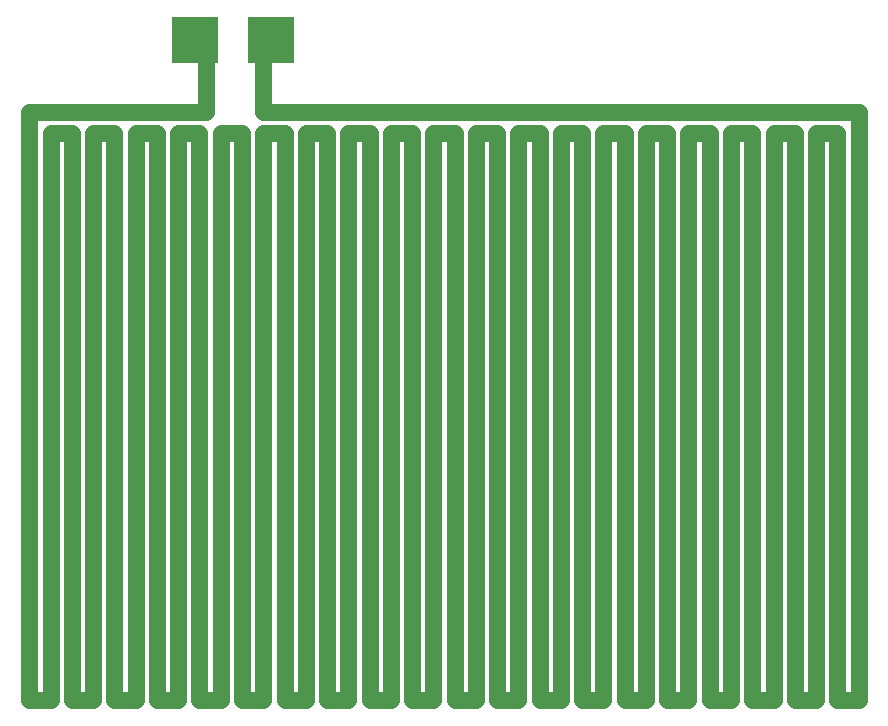
<source format=gbr>
%TF.GenerationSoftware,KiCad,Pcbnew,(6.0.9-0)*%
%TF.CreationDate,2023-03-02T18:42:41+01:00*%
%TF.ProjectId,untitled,756e7469-746c-4656-942e-6b696361645f,rev?*%
%TF.SameCoordinates,Original*%
%TF.FileFunction,Copper,L1,Top*%
%TF.FilePolarity,Positive*%
%FSLAX46Y46*%
G04 Gerber Fmt 4.6, Leading zero omitted, Abs format (unit mm)*
G04 Created by KiCad (PCBNEW (6.0.9-0)) date 2023-03-02 18:42:41*
%MOMM*%
%LPD*%
G01*
G04 APERTURE LIST*
%TA.AperFunction,SMDPad,CuDef*%
%ADD10R,4.000000X4.000000*%
%TD*%
%TA.AperFunction,Conductor*%
%ADD11C,1.400000*%
%TD*%
G04 APERTURE END LIST*
D10*
%TO.P,REF\u002A\u002A,1*%
%TO.N,N/C*%
X72000000Y-52500000D03*
%TD*%
%TO.P,REF\u002A\u002A,1*%
%TO.N,N/C*%
X65500000Y-52500000D03*
%TD*%
D11*
%TO.N,*%
X96511860Y-60391520D02*
X98311830Y-60391520D01*
X66500000Y-58590810D02*
X66500000Y-53990870D01*
X94711790Y-60391520D02*
X94711790Y-108391630D01*
X76711650Y-108391630D02*
X78511720Y-108391630D01*
X73111630Y-60391520D02*
X73111630Y-108391630D01*
X85711780Y-108391630D02*
X85711780Y-60391520D01*
X62311600Y-60391520D02*
X62311600Y-108391630D01*
X107311840Y-60391520D02*
X109111910Y-60391520D01*
X78511720Y-108391630D02*
X78511720Y-60391520D01*
X64111620Y-60391520D02*
X65911620Y-60391520D01*
X73111630Y-108391630D02*
X74911700Y-108391630D01*
X55111620Y-60391520D02*
X55111620Y-108391630D01*
X64111620Y-108391630D02*
X64111620Y-60391520D01*
X56911560Y-60391520D02*
X58711630Y-60391520D01*
X85711780Y-60391520D02*
X87511730Y-60391520D01*
X103711800Y-60391520D02*
X105511870Y-60391520D01*
X110911860Y-108391630D02*
X110911860Y-60391520D01*
X71312420Y-58592010D02*
X71312420Y-54190700D01*
X82111770Y-60391520D02*
X83911710Y-60391520D01*
X100111780Y-60391520D02*
X101911850Y-60391520D01*
X100111780Y-108391630D02*
X100111780Y-60391520D01*
X80311690Y-60391520D02*
X80311690Y-108391630D01*
X67711640Y-108391630D02*
X67711640Y-60391520D01*
X121711080Y-60390280D02*
X121711080Y-58592010D01*
X69511710Y-60391520D02*
X69511710Y-108391630D01*
X116311980Y-60391520D02*
X116311980Y-108391630D01*
X105511870Y-60391520D02*
X105511870Y-108391630D01*
X53311590Y-108391630D02*
X53311590Y-60391520D01*
X78511720Y-60391520D02*
X80311690Y-60391520D01*
X114511880Y-60391520D02*
X116311980Y-60391520D01*
X67711640Y-60391520D02*
X69511710Y-60391520D01*
X87511730Y-60391520D02*
X87511730Y-108391630D01*
X105511870Y-108391630D02*
X107311840Y-108391630D01*
X69511710Y-108391630D02*
X71311660Y-108391630D01*
X80311690Y-108391630D02*
X82111770Y-108391630D01*
X101911850Y-60391520D02*
X101911850Y-108391630D01*
X55111620Y-108391630D02*
X56911560Y-108391630D01*
X107311840Y-108391630D02*
X107311840Y-60391520D01*
X65911620Y-108391630D02*
X67711640Y-108391630D01*
X94711790Y-108391630D02*
X96511860Y-108391630D01*
X91111770Y-108391630D02*
X92911850Y-108391630D01*
X101911850Y-108391630D02*
X103711800Y-108391630D01*
X51511570Y-108391630D02*
X53311590Y-108391630D01*
X118111920Y-60391520D02*
X119911990Y-60391520D01*
X83911710Y-108391630D02*
X85711780Y-108391630D01*
X121711080Y-58592010D02*
X71312420Y-58592010D01*
X58711630Y-60391520D02*
X58711630Y-108391630D01*
X51512670Y-58590810D02*
X66500000Y-58590810D01*
X65911620Y-60391520D02*
X65911620Y-108391630D01*
X98311830Y-60391520D02*
X98311830Y-108391630D01*
X89311800Y-108391630D02*
X89311800Y-60391520D01*
X91111770Y-60391520D02*
X91111770Y-108391630D01*
X110911860Y-60391520D02*
X112711930Y-60391520D01*
X76711650Y-60391520D02*
X76711650Y-108391630D01*
X103711800Y-108391630D02*
X103711800Y-60391520D01*
X56911560Y-108391630D02*
X56911560Y-60391520D01*
X96511860Y-108391630D02*
X96511860Y-60391520D01*
X119911990Y-60391520D02*
X119911990Y-108391630D01*
X121711940Y-60391520D02*
X121711580Y-60391520D01*
X114511880Y-108391630D02*
X114511880Y-60391520D01*
X92911850Y-60391520D02*
X94711790Y-60391520D01*
X112711930Y-108391630D02*
X114511880Y-108391630D01*
X74911700Y-60391520D02*
X76711650Y-60391520D01*
X92911850Y-108391630D02*
X92911850Y-60391520D01*
X60511580Y-108391630D02*
X60511580Y-60391520D01*
X74911700Y-108391630D02*
X74911700Y-60391520D01*
X83911710Y-60391520D02*
X83911710Y-108391630D01*
X71311660Y-108391630D02*
X71311660Y-60391520D01*
X58711630Y-108391630D02*
X60511580Y-108391630D01*
X62311600Y-108391630D02*
X64111620Y-108391630D01*
X89311800Y-60391520D02*
X91111770Y-60391520D01*
X87511730Y-108391630D02*
X89311800Y-108391630D01*
X119911990Y-108391630D02*
X121711940Y-108391630D01*
X51512670Y-60391680D02*
X51512670Y-58590810D01*
X53311590Y-60391520D02*
X55111620Y-60391520D01*
X51511570Y-60391520D02*
X51511570Y-108391630D01*
X121711940Y-108391630D02*
X121711940Y-60391520D01*
X82111770Y-108391630D02*
X82111770Y-60391520D01*
X98311830Y-108391630D02*
X100111780Y-108391630D01*
X112711930Y-60391520D02*
X112711930Y-108391630D01*
X109111910Y-60391520D02*
X109111910Y-108391630D01*
X118111920Y-108391630D02*
X118111920Y-60391520D01*
X71311660Y-60391520D02*
X73111630Y-60391520D01*
X60511580Y-60391520D02*
X62311600Y-60391520D01*
X109111910Y-108391630D02*
X110911860Y-108391630D01*
X116311980Y-108391630D02*
X118111920Y-108391630D01*
%TD*%
M02*

</source>
